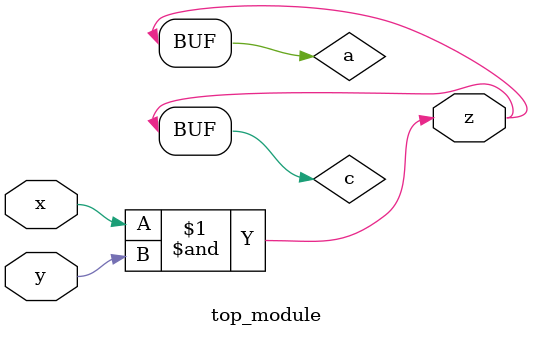
<source format=sv>
module top_module(
  input x,
  input y,
  output z);

  wire a, b, c;

  // First gate
  and gate1(a, x, y);     // a = x AND y

  // Second gate
  xor gate2(b, x, y);      // b = x XOR y

  // Third gate
  buf gate3(c, a);      // c = a
  
  // Fourth gate
  buf gate4(z, c);       // z = c
  
endmodule

</source>
